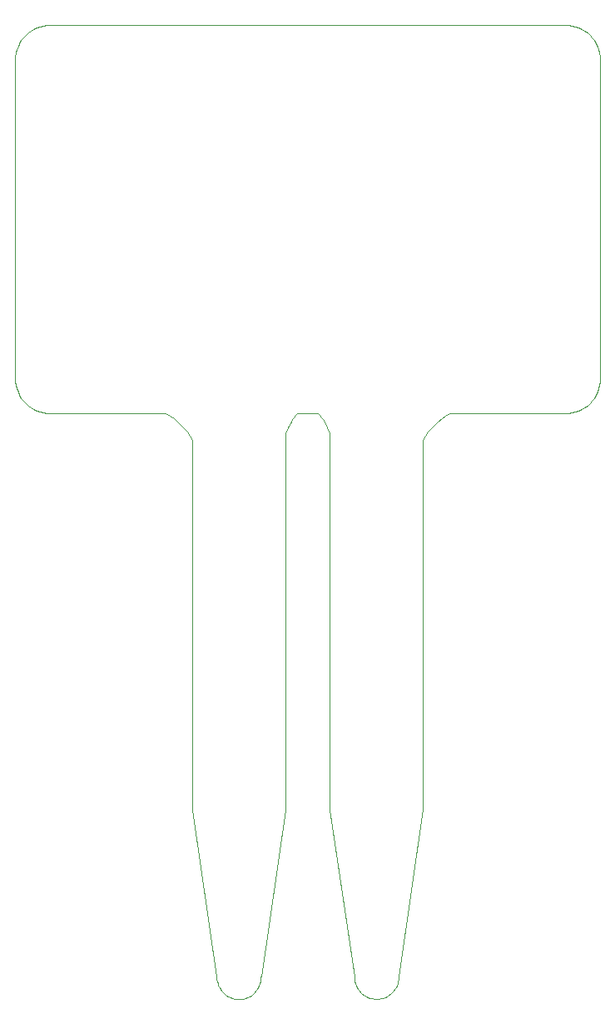
<source format=gbr>
G04 #@! TF.GenerationSoftware,KiCad,Pcbnew,(5.1.0)-1*
G04 #@! TF.CreationDate,2020-04-16T11:46:00+01:00*
G04 #@! TF.ProjectId,SolarSoilSensor,536f6c61-7253-46f6-996c-53656e736f72,rev?*
G04 #@! TF.SameCoordinates,PX5faea10PY77e7cd0*
G04 #@! TF.FileFunction,Profile,NP*
%FSLAX46Y46*%
G04 Gerber Fmt 4.6, Leading zero omitted, Abs format (unit mm)*
G04 Created by KiCad (PCBNEW (5.1.0)-1) date 2020-04-16 11:46:00*
%MOMM*%
%LPD*%
G04 APERTURE LIST*
%ADD10C,0.100000*%
G04 APERTURE END LIST*
D10*
X6322438Y40210380D02*
X6322438Y40210380D01*
X58641216Y40210380D02*
X6322438Y40210380D01*
X59009363Y40191906D02*
X58641216Y40210380D01*
X59366638Y40137671D02*
X59009363Y40191906D01*
X59711262Y40049453D02*
X59366638Y40137671D01*
X60041460Y39929030D02*
X59711262Y40049453D01*
X60355453Y39778182D02*
X60041460Y39929030D01*
X60651466Y39598686D02*
X60355453Y39778182D01*
X60927720Y39392321D02*
X60651466Y39598686D01*
X61182440Y39160865D02*
X60927720Y39392321D01*
X61413847Y38906098D02*
X61182440Y39160865D01*
X61620166Y38629797D02*
X61413847Y38906098D01*
X61799618Y38333741D02*
X61620166Y38629797D01*
X61950428Y38019708D02*
X61799618Y38333741D01*
X62070817Y37689478D02*
X61950428Y38019708D01*
X62159009Y37344828D02*
X62070817Y37689478D01*
X62213228Y36987538D02*
X62159009Y37344828D01*
X62231695Y36619385D02*
X62213228Y36987538D01*
X62231695Y4300945D02*
X62231695Y36619385D01*
X62213228Y3932792D02*
X62231695Y4300945D01*
X62159009Y3575501D02*
X62213228Y3932792D01*
X62070817Y3230851D02*
X62159009Y3575501D01*
X61950427Y2900621D02*
X62070817Y3230851D01*
X61799618Y2586589D02*
X61950427Y2900621D01*
X61620165Y2290533D02*
X61799618Y2586589D01*
X61413847Y2014232D02*
X61620165Y2290533D01*
X61182439Y1759464D02*
X61413847Y2014232D01*
X60927720Y1528008D02*
X61182439Y1759464D01*
X60651465Y1321643D02*
X60927720Y1528008D01*
X60355453Y1142147D02*
X60651465Y1321643D01*
X60041459Y991298D02*
X60355453Y1142147D01*
X59711262Y870876D02*
X60041459Y991298D01*
X59366638Y782658D02*
X59711262Y870876D01*
X59009363Y728423D02*
X59366638Y782658D01*
X58641216Y709949D02*
X59009363Y728423D01*
X46941672Y709949D02*
X58641216Y709949D01*
X46520738Y477873D02*
X46941672Y709949D01*
X46117068Y209573D02*
X46520738Y477873D01*
X45733772Y-91818D02*
X46117068Y209573D01*
X45373961Y-423168D02*
X45733772Y-91818D01*
X45040744Y-781344D02*
X45373961Y-423168D01*
X44737231Y-1163212D02*
X45040744Y-781344D01*
X44466534Y-1565639D02*
X44737231Y-1163212D01*
X44231762Y-1985494D02*
X44466534Y-1565639D01*
X44231762Y-39526345D02*
X44231762Y-1985494D01*
X41778672Y-56522200D02*
X44231762Y-39526345D01*
X41731652Y-56522200D02*
X41778672Y-56522200D01*
X41731652Y-56540300D02*
X41731652Y-56522200D01*
X41720078Y-56770987D02*
X41731652Y-56540300D01*
X41686098Y-56994864D02*
X41720078Y-56770987D01*
X41630828Y-57210818D02*
X41686098Y-56994864D01*
X41555379Y-57417734D02*
X41630828Y-57210818D01*
X41460867Y-57614498D02*
X41555379Y-57417734D01*
X41348406Y-57799997D02*
X41460867Y-57614498D01*
X41219110Y-57973116D02*
X41348406Y-57799997D01*
X41074092Y-58132741D02*
X41219110Y-57973116D01*
X40914467Y-58277759D02*
X41074092Y-58132741D01*
X40741348Y-58407056D02*
X40914467Y-58277759D01*
X40555850Y-58519516D02*
X40741348Y-58407056D01*
X40359086Y-58614028D02*
X40555850Y-58519516D01*
X40152172Y-58689476D02*
X40359086Y-58614028D01*
X39936219Y-58744747D02*
X40152172Y-58689476D01*
X39712344Y-58778726D02*
X39936219Y-58744747D01*
X39481659Y-58790300D02*
X39712344Y-58778726D01*
X39250973Y-58778726D02*
X39481659Y-58790300D01*
X39027097Y-58744747D02*
X39250973Y-58778726D01*
X38811144Y-58689476D02*
X39027097Y-58744747D01*
X38604229Y-58614028D02*
X38811144Y-58689476D01*
X38407466Y-58519516D02*
X38604229Y-58614028D01*
X38221968Y-58407056D02*
X38407466Y-58519516D01*
X38048849Y-58277759D02*
X38221968Y-58407056D01*
X37889224Y-58132741D02*
X38048849Y-58277759D01*
X37744206Y-57973116D02*
X37889224Y-58132741D01*
X37614910Y-57799997D02*
X37744206Y-57973116D01*
X37502449Y-57614498D02*
X37614910Y-57799997D01*
X37407938Y-57417734D02*
X37502449Y-57614498D01*
X37332490Y-57210818D02*
X37407938Y-57417734D01*
X37277219Y-56994864D02*
X37332490Y-57210818D01*
X37243240Y-56770987D02*
X37277219Y-56994864D01*
X37231666Y-56540300D02*
X37243240Y-56770987D01*
X37231666Y-56522200D02*
X37231666Y-56540300D01*
X34755333Y-39550115D02*
X37231666Y-56522200D01*
X34761533Y-39526355D02*
X34755333Y-39550115D01*
X34731553Y-39526355D02*
X34761533Y-39526355D01*
X34731553Y-1278559D02*
X34731553Y-39526355D01*
X34470750Y-679350D02*
X34731553Y-1278559D01*
X34175154Y-140444D02*
X34470750Y-679350D01*
X34016880Y102762D02*
X34175154Y-140444D01*
X33852996Y326532D02*
X34016880Y102762D01*
X33684528Y529412D02*
X33852996Y326532D01*
X33512507Y709949D02*
X33684528Y529412D01*
X31451135Y709949D02*
X33512507Y709949D01*
X31279108Y529449D02*
X31451135Y709949D01*
X31110640Y326634D02*
X31279108Y529449D01*
X30946758Y102947D02*
X31110640Y326634D01*
X30788489Y-140168D02*
X30946758Y102947D01*
X30492900Y-678910D02*
X30788489Y-140168D01*
X30232089Y-1278043D02*
X30492900Y-678910D01*
X30232089Y-39542386D02*
X30232089Y-1278043D01*
X27779004Y-56538250D02*
X30232089Y-39542386D01*
X27731984Y-56538250D02*
X27779004Y-56538250D01*
X27731984Y-56556350D02*
X27731984Y-56538250D01*
X27720410Y-56787037D02*
X27731984Y-56556350D01*
X27686430Y-57010914D02*
X27720410Y-56787037D01*
X27631160Y-57226868D02*
X27686430Y-57010914D01*
X27555711Y-57433784D02*
X27631160Y-57226868D01*
X27461199Y-57630548D02*
X27555711Y-57433784D01*
X27348738Y-57816047D02*
X27461199Y-57630548D01*
X27219442Y-57989166D02*
X27348738Y-57816047D01*
X27074424Y-58148791D02*
X27219442Y-57989166D01*
X26914799Y-58293809D02*
X27074424Y-58148791D01*
X26741680Y-58423106D02*
X26914799Y-58293809D01*
X26556182Y-58535566D02*
X26741680Y-58423106D01*
X26359418Y-58630078D02*
X26556182Y-58535566D01*
X26152504Y-58705526D02*
X26359418Y-58630078D01*
X25936551Y-58760797D02*
X26152504Y-58705526D01*
X25712676Y-58794776D02*
X25936551Y-58760797D01*
X25481991Y-58806350D02*
X25712676Y-58794776D01*
X25251305Y-58794776D02*
X25481991Y-58806350D01*
X25027429Y-58760797D02*
X25251305Y-58794776D01*
X24811476Y-58705526D02*
X25027429Y-58760797D01*
X24604561Y-58630078D02*
X24811476Y-58705526D01*
X24407798Y-58535566D02*
X24604561Y-58630078D01*
X24222300Y-58423106D02*
X24407798Y-58535566D01*
X24049181Y-58293809D02*
X24222300Y-58423106D01*
X23889556Y-58148791D02*
X24049181Y-58293809D01*
X23744539Y-57989166D02*
X23889556Y-58148791D01*
X23615243Y-57816047D02*
X23744539Y-57989166D01*
X23502782Y-57630548D02*
X23615243Y-57816047D01*
X23408271Y-57433784D02*
X23502782Y-57630548D01*
X23332823Y-57226868D02*
X23408271Y-57433784D01*
X23277552Y-57010914D02*
X23332823Y-57226868D01*
X23243573Y-56787037D02*
X23277552Y-57010914D01*
X23231999Y-56556350D02*
X23243573Y-56787037D01*
X23231999Y-56538250D02*
X23231999Y-56556350D01*
X20755664Y-39566163D02*
X23231999Y-56538250D01*
X20761864Y-39542373D02*
X20755664Y-39566163D01*
X20731894Y-39542373D02*
X20761864Y-39542373D01*
X20731894Y-1980327D02*
X20731894Y-39542373D01*
X20496758Y-1561645D02*
X20731894Y-1980327D01*
X20225700Y-1160179D02*
X20496758Y-1561645D01*
X19921872Y-779091D02*
X20225700Y-1160179D01*
X19588425Y-421546D02*
X19921872Y-779091D01*
X19228509Y-90706D02*
X19588425Y-421546D01*
X18845277Y210266D02*
X19228509Y-90706D01*
X18441878Y478205D02*
X18845277Y210266D01*
X18021465Y709949D02*
X18441878Y478205D01*
X6322438Y709949D02*
X18021465Y709949D01*
X5954291Y728423D02*
X6322438Y709949D01*
X5597017Y782658D02*
X5954291Y728423D01*
X5252392Y870876D02*
X5597017Y782658D01*
X4922195Y991298D02*
X5252392Y870876D01*
X4608202Y1142147D02*
X4922195Y991298D01*
X4312189Y1321643D02*
X4608202Y1142147D01*
X4035935Y1528008D02*
X4312189Y1321643D01*
X3781216Y1759464D02*
X4035935Y1528008D01*
X3549808Y2014232D02*
X3781216Y1759464D01*
X3343490Y2290533D02*
X3549808Y2014232D01*
X3164038Y2586589D02*
X3343490Y2290533D01*
X3013228Y2900621D02*
X3164038Y2586589D01*
X2892839Y3230851D02*
X3013228Y2900621D01*
X2804646Y3575501D02*
X2892839Y3230851D01*
X2750427Y3932792D02*
X2804646Y3575501D01*
X2731960Y4300945D02*
X2750427Y3932792D01*
X2731960Y36619385D02*
X2731960Y4300945D01*
X2750427Y36987538D02*
X2731960Y36619385D01*
X2804646Y37344828D02*
X2750427Y36987538D01*
X2892839Y37689478D02*
X2804646Y37344828D01*
X3013228Y38019708D02*
X2892839Y37689478D01*
X3164038Y38333741D02*
X3013228Y38019708D01*
X3343490Y38629797D02*
X3164038Y38333741D01*
X3549808Y38906098D02*
X3343490Y38629797D01*
X3781216Y39160865D02*
X3549808Y38906098D01*
X4035935Y39392321D02*
X3781216Y39160865D01*
X4312189Y39598686D02*
X4035935Y39392321D01*
X4608202Y39778182D02*
X4312189Y39598686D01*
X4922195Y39929030D02*
X4608202Y39778182D01*
X5252392Y40049453D02*
X4922195Y39929030D01*
X5597017Y40137671D02*
X5252392Y40049453D01*
X5954291Y40191906D02*
X5597017Y40137671D01*
X6322438Y40210380D02*
X5954291Y40191906D01*
M02*

</source>
